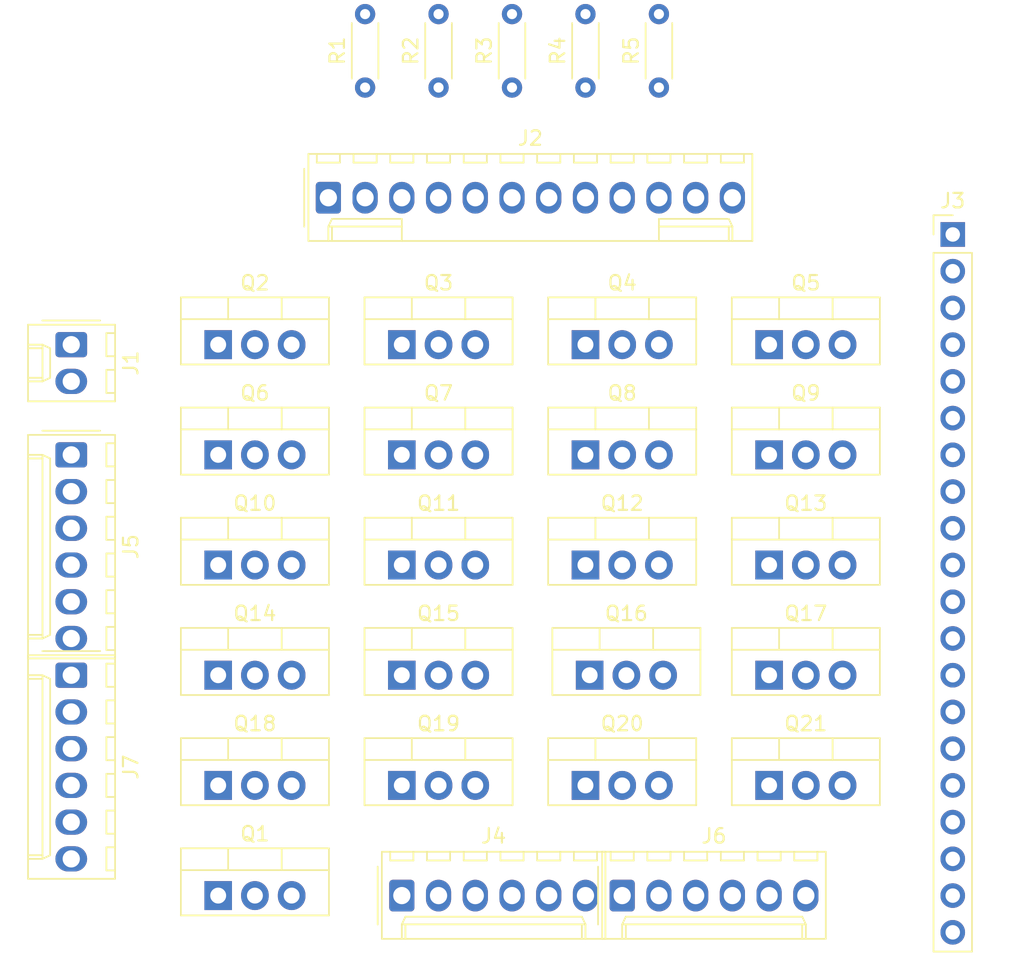
<source format=kicad_pcb>
(kicad_pcb (version 20221018) (generator pcbnew)
  (layers (0 "F.Cu" signal) (31 "B.Cu" signal) (34 "B.Paste" user) (35 "F.Paste" user) (36 "B.SilkS" user "B.Silkscreen") (37 "F.SilkS" user "F.Silkscreen") (38 "B.Mask" user) (39 "F.Mask" user) (44 "Edge.Cuts" user))
  (net 0 "")
  (net 1 "/DIR_1")
  (net 2 "/PUL_1")
  (net 3 "/DIR_2")
  (net 4 "/PUL_2")
  (net 5 "/5V")
  (net 6 "/GND")
  (net 7 "/B1-")
  (net 8 "/B1+")
  (net 9 "/A1-")
  (net 10 "/A1+")
  (net 11 "/B2-")
  (net 12 "/B2+")
  (net 13 "/A2-")
  (net 14 "/A2+")
  (net 15 "/D13")
  (net 16 "/D2")
  (net 17 "/D3")
  (net 18 "/D4")
  (net 19 "/D5")
  (net 20 "/D6")
  (net 21 "Net-(Q1-S)")
  (net 22 "/12V Vcc")
  (net 23 "/M1 A+")
  (net 24 "/M1 A-")
  (net 25 "/M1 B+")
  (net 26 "/M1 B-")
  (net 27 "/M2 A+")
  (net 28 "/M2 A-")
  (net 29 "/M2 B+")
  (net 30 "/M2 B-")
  (net 31 "/M3 A+")
  (net 32 "/M3 A-")
  (net 33 "/M3 B+")
  (net 34 "/M3 B-")
  (net 35 "/M4 A+")
  (net 36 "/M4 A-")
  (net 37 "/M4 B+")
  (net 38 "/M4 B-")
  (net 39 "/M5 A+")
  (net 40 "/M5 A-")
  (net 41 "/M5 B+")
  (net 42 "/M5 B-")
  (net 43 "Net-(D1-A)")
  (net 44 "/D11")
  (net 45 "/D12")
  (footprint "Connector_Molex:Molex_KK-254_AE-6410-06A_1x06_P2.54mm_Vertical" (layer "F.Cu") (at 48.26 101.6 -90)
    (fp_text reference "J5" (at 6.35 -4.12 90) (layer "F.SilkS"))
    (fp_text value "TB6600")
    (pad "1" thru_hole roundrect (at 0 0 270) (size 1.74 2.19) (drill 1.19) (layers "*.Cu" "*.Mask") (roundrect_rratio 0.143678) (net 6 "/GND"))
    (pad "2" thru_hole oval (at 2.54 0 270) (size 1.74 2.19) (drill 1.19) (layers "*.Cu" "*.Mask") (net 5 "/5V"))
    (pad "3" thru_hole oval (at 5.08 0 270) (size 1.74 2.19) (drill 1.19) (layers "*.Cu" "*.Mask") (net 6 "/GND"))
    (pad "4" thru_hole oval (at 7.62 0 270) (size 1.74 2.19) (drill 1.19) (layers "*.Cu" "*.Mask") (net 3 "/DIR_2"))
    (pad "5" thru_hole oval (at 10.16 0 270) (size 1.74 2.19) (drill 1.19) (layers "*.Cu" "*.Mask") (net 6 "/GND"))
    (pad "6" thru_hole oval (at 12.7 0 270) (size 1.74 2.19) (drill 1.19) (layers "*.Cu" "*.Mask") (net 4 "/PUL_2"))
  )
  (footprint "Package_TO_SOT_THT:TO-220-3_Vertical" (layer "F.Cu") (at 96.52 116.84)
    (fp_text reference "Q17" (at 2.54 -4.27) (layer "F.SilkS"))
    (fp_text value "IRFZ44N")
    (pad "1" thru_hole rect (at 0 0) (size 1.905 2) (drill 1.1) (layers "*.Cu" "*.Mask") (net 19 "/D5"))
    (pad "2" thru_hole oval (at 2.54 0) (size 1.905 2) (drill 1.1) (layers "*.Cu" "*.Mask") (net 38 "/M4 B-"))
    (pad "3" thru_hole oval (at 5.08 0) (size 1.905 2) (drill 1.1) (layers "*.Cu" "*.Mask") (net 7 "/B1-"))
  )
  (footprint "Package_TO_SOT_THT:TO-220-3_Vertical" (layer "F.Cu") (at 58.42 93.98)
    (fp_text reference "Q2" (at 2.54 -4.27) (layer "F.SilkS"))
    (fp_text value "IRFZ44N")
    (pad "1" thru_hole rect (at 0 0) (size 1.905 2) (drill 1.1) (layers "*.Cu" "*.Mask") (net 16 "/D2"))
    (pad "2" thru_hole oval (at 2.54 0) (size 1.905 2) (drill 1.1) (layers "*.Cu" "*.Mask") (net 23 "/M1 A+"))
    (pad "3" thru_hole oval (at 5.08 0) (size 1.905 2) (drill 1.1) (layers "*.Cu" "*.Mask") (net 10 "/A1+"))
  )
  (footprint "Package_TO_SOT_THT:TO-220-3_Vertical" (layer "F.Cu") (at 83.82 124.46)
    (fp_text reference "Q20" (at 2.54 -4.27) (layer "F.SilkS"))
    (fp_text value "IRFZ44N")
    (pad "1" thru_hole rect (at 0 0) (size 1.905 2) (drill 1.1) (layers "*.Cu" "*.Mask") (net 20 "/D6"))
    (pad "2" thru_hole oval (at 2.54 0) (size 1.905 2) (drill 1.1) (layers "*.Cu" "*.Mask") (net 41 "/M5 B+"))
    (pad "3" thru_hole oval (at 5.08 0) (size 1.905 2) (drill 1.1) (layers "*.Cu" "*.Mask") (net 12 "/B2+"))
  )
  (footprint "Package_TO_SOT_THT:TO-220-3_Vertical" (layer "F.Cu") (at 83.82 109.22)
    (fp_text reference "Q12" (at 2.54 -4.27) (layer "F.SilkS"))
    (fp_text value "IRFZ44N")
    (pad "1" thru_hole rect (at 0 0) (size 1.905 2) (drill 1.1) (layers "*.Cu" "*.Mask") (net 19 "/D5"))
    (pad "2" thru_hole oval (at 2.54 0) (size 1.905 2) (drill 1.1) (layers "*.Cu" "*.Mask") (net 35 "/M4 A+"))
    (pad "3" thru_hole oval (at 5.08 0) (size 1.905 2) (drill 1.1) (layers "*.Cu" "*.Mask") (net 10 "/A1+"))
  )
  (footprint "Resistor_THT:R_Axial_DIN0204_L3.6mm_D1.6mm_P5.08mm_Horizontal" (layer "F.Cu") (at 68.58 76.2 90)
    (fp_text reference "R1" (at 2.54 -1.92 90) (layer "F.SilkS"))
    (fp_text value "10k")
    (pad "1" thru_hole circle (at 0 0 90) (size 1.4 1.4) (drill 0.7) (layers "*.Cu" "*.Mask") (net 16 "/D2"))
    (pad "2" thru_hole oval (at 5.08 0 90) (size 1.4 1.4) (drill 0.7) (layers "*.Cu" "*.Mask") (net 6 "/GND"))
  )
  (footprint "Resistor_THT:R_Axial_DIN0204_L3.6mm_D1.6mm_P5.08mm_Horizontal" (layer "F.Cu") (at 83.82 76.2 90)
    (fp_text reference "R4" (at 2.54 -1.92 90) (layer "F.SilkS"))
    (fp_text value "10k")
    (pad "1" thru_hole circle (at 0 0 90) (size 1.4 1.4) (drill 0.7) (layers "*.Cu" "*.Mask") (net 19 "/D5"))
    (pad "2" thru_hole oval (at 5.08 0 90) (size 1.4 1.4) (drill 0.7) (layers "*.Cu" "*.Mask") (net 6 "/GND"))
  )
  (footprint "Package_TO_SOT_THT:TO-220-3_Vertical" (layer "F.Cu") (at 96.52 93.98)
    (fp_text reference "Q5" (at 2.54 -4.27) (layer "F.SilkS"))
    (fp_text value "IRFZ44N")
    (pad "1" thru_hole rect (at 0 0) (size 1.905 2) (drill 1.1) (layers "*.Cu" "*.Mask") (net 17 "/D3"))
    (pad "2" thru_hole oval (at 2.54 0) (size 1.905 2) (drill 1.1) (layers "*.Cu" "*.Mask") (net 28 "/M2 A-"))
    (pad "3" thru_hole oval (at 5.08 0) (size 1.905 2) (drill 1.1) (layers "*.Cu" "*.Mask") (net 9 "/A1-"))
  )
  (footprint "Connector_Molex:Molex_KK-254_AE-6410-06A_1x06_P2.54mm_Vertical" (layer "F.Cu") (at 71.12 132.08)
    (fp_text reference "J4" (at 6.35 -4.12) (layer "F.SilkS"))
    (fp_text value "TB6600")
    (pad "1" thru_hole roundrect (at 0 0) (size 1.74 2.19) (drill 1.19) (layers "*.Cu" "*.Mask") (roundrect_rratio 0.143678) (net 6 "/GND"))
    (pad "2" thru_hole oval (at 2.54 0) (size 1.74 2.19) (drill 1.19) (layers "*.Cu" "*.Mask") (net 5 "/5V"))
    (pad "3" thru_hole oval (at 5.08 0) (size 1.74 2.19) (drill 1.19) (layers "*.Cu" "*.Mask") (net 6 "/GND"))
    (pad "4" thru_hole oval (at 7.62 0) (size 1.74 2.19) (drill 1.19) (layers "*.Cu" "*.Mask") (net 1 "/DIR_1"))
    (pad "5" thru_hole oval (at 10.16 0) (size 1.74 2.19) (drill 1.19) (layers "*.Cu" "*.Mask") (net 6 "/GND"))
    (pad "6" thru_hole oval (at 12.7 0) (size 1.74 2.19) (drill 1.19) (layers "*.Cu" "*.Mask") (net 2 "/PUL_1"))
  )
  (footprint "Package_TO_SOT_THT:TO-220-3_Vertical" (layer "F.Cu") (at 58.42 124.46)
    (fp_text reference "Q18" (at 2.54 -4.27) (layer "F.SilkS"))
    (fp_text value "IRFZ44N")
    (pad "1" thru_hole rect (at 0 0) (size 1.905 2) (drill 1.1) (layers "*.Cu" "*.Mask") (net 20 "/D6"))
    (pad "2" thru_hole oval (at 2.54 0) (size 1.905 2) (drill 1.1) (layers "*.Cu" "*.Mask") (net 39 "/M5 A+"))
    (pad "3" thru_hole oval (at 5.08 0) (size 1.905 2) (drill 1.1) (layers "*.Cu" "*.Mask") (net 14 "/A2+"))
  )
  (footprint "Package_TO_SOT_THT:TO-220-3_Vertical" (layer "F.Cu") (at 58.42 132.08)
    (fp_text reference "Q1" (at 2.54 -4.27) (layer "F.SilkS"))
    (fp_text value "IRFZ44N")
    (pad "1" thru_hole rect (at 0 0) (size 1.905 2) (drill 1.1) (layers "*.Cu" "*.Mask") (net 15 "/D13"))
    (pad "2" thru_hole oval (at 2.54 0) (size 1.905 2) (drill 1.1) (layers "*.Cu" "*.Mask") (net 43 "Net-(D1-A)"))
    (pad "3" thru_hole oval (at 5.08 0) (size 1.905 2) (drill 1.1) (layers "*.Cu" "*.Mask") (net 21 "Net-(Q1-S)"))
  )
  (footprint "Connector_Molex:Molex_KK-254_AE-6410-02A_1x02_P2.54mm_Vertical" (layer "F.Cu") (at 48.26 93.98 -90)
    (fp_text reference "J1" (at 1.27 -4.12 90) (layer "F.SilkS"))
    (fp_text value "Power Supply")
    (pad "1" thru_hole roundrect (at 0 0 270) (size 1.74 2.19) (drill 1.19) (layers "*.Cu" "*.Mask") (roundrect_rratio 0.143678) (net 6 "/GND"))
    (pad "2" thru_hole oval (at 2.54 0 270) (size 1.74 2.19) (drill 1.19) (layers "*.Cu" "*.Mask") (net 22 "/12V Vcc"))
  )
  (footprint "Resistor_THT:R_Axial_DIN0204_L3.6mm_D1.6mm_P5.08mm_Horizontal" (layer "F.Cu") (at 88.9 76.2 90)
    (fp_text reference "R5" (at 2.54 -1.92 90) (layer "F.SilkS"))
    (fp_text value "10k")
    (pad "1" thru_hole circle (at 0 0 90) (size 1.4 1.4) (drill 0.7) (layers "*.Cu" "*.Mask") (net 20 "/D6"))
    (pad "2" thru_hole oval (at 5.08 0 90) (size 1.4 1.4) (drill 0.7) (layers "*.Cu" "*.Mask") (net 6 "/GND"))
  )
  (footprint "Package_TO_SOT_THT:TO-220-3_Vertical" (layer "F.Cu") (at 71.12 93.98)
    (fp_text reference "Q3" (at 2.54 -4.27) (layer "F.SilkS"))
    (fp_text value "IRFZ44N")
    (pad "1" thru_hole rect (at 0 0) (size 1.905 2) (drill 1.1) (layers "*.Cu" "*.Mask") (net 16 "/D2"))
    (pad "2" thru_hole oval (at 2.54 0) (size 1.905 2) (drill 1.1) (layers "*.Cu" "*.Mask") (net 24 "/M1 A-"))
    (pad "3" thru_hole oval (at 5.08 0) (size 1.905 2) (drill 1.1) (layers "*.Cu" "*.Mask") (net 9 "/A1-"))
  )
  (footprint "Connector_Molex:Molex_KK-254_AE-6410-06A_1x06_P2.54mm_Vertical" (layer "F.Cu") (at 86.36 132.08)
    (fp_text reference "J6" (at 6.35 -4.12) (layer "F.SilkS"))
    (fp_text value "TB6600")
    (pad "1" thru_hole roundrect (at 0 0) (size 1.74 2.19) (drill 1.19) (layers "*.Cu" "*.Mask") (roundrect_rratio 0.143678) (net 7 "/B1-"))
    (pad "2" thru_hole oval (at 2.54 0) (size 1.74 2.19) (drill 1.19) (layers "*.Cu" "*.Mask") (net 8 "/B1+"))
    (pad "3" thru_hole oval (at 5.08 0) (size 1.74 2.19) (drill 1.19) (layers "*.Cu" "*.Mask") (net 9 "/A1-"))
    (pad "4" thru_hole oval (at 7.62 0) (size 1.74 2.19) (drill 1.19) (layers "*.Cu" "*.Mask") (net 10 "/A1+"))
    (pad "5" thru_hole oval (at 10.16 0) (size 1.74 2.19) (drill 1.19) (layers "*.Cu" "*.Mask") (net 6 "/GND"))
    (pad "6" thru_hole oval (at 12.7 0) (size 1.74 2.19) (drill 1.19) (layers "*.Cu" "*.Mask") (net 22 "/12V Vcc"))
  )
  (footprint "Package_TO_SOT_THT:TO-220-3_Vertical" (layer "F.Cu") (at 71.12 124.46)
    (fp_text reference "Q19" (at 2.54 -4.27) (layer "F.SilkS"))
    (fp_text value "IRFZ44N")
    (pad "1" thru_hole rect (at 0 0) (size 1.905 2) (drill 1.1) (layers "*.Cu" "*.Mask") (net 20 "/D6"))
    (pad "2" thru_hole oval (at 2.54 0) (size 1.905 2) (drill 1.1) (layers "*.Cu" "*.Mask") (net 40 "/M5 A-"))
    (pad "3" thru_hole oval (at 5.08 0) (size 1.905 2) (drill 1.1) (layers "*.Cu" "*.Mask") (net 13 "/A2-"))
  )
  (footprint "Package_TO_SOT_THT:TO-220-3_Vertical" (layer "F.Cu") (at 71.12 109.22)
    (fp_text reference "Q11" (at 2.54 -4.27) (layer "F.SilkS"))
    (fp_text value "IRFZ44N")
    (pad "1" thru_hole rect (at 0 0) (size 1.905 2) (drill 1.1) (layers "*.Cu" "*.Mask") (net 18 "/D4"))
    (pad "2" thru_hole oval (at 2.54 0) (size 1.905 2) (drill 1.1) (layers "*.Cu" "*.Mask") (net 32 "/M3 A-"))
    (pad "3" thru_hole oval (at 5.08 0) (size 1.905 2) (drill 1.1) (layers "*.Cu" "*.Mask") (net 13 "/A2-"))
  )
  (footprint "Connector_Molex:Molex_KK-254_AE-6410-12A_1x12_P2.54mm_Vertical" (layer "F.Cu") (at 66.04 83.82)
    (fp_text reference "J2" (at 13.97 -4.12) (layer "F.SilkS"))
    (fp_text value "Arduino_UNO_R3")
    (pad "1" thru_hole roundrect (at 0 0) (size 1.74 2.19) (drill 1.19) (layers "*.Cu" "*.Mask") (roundrect_rratio 0.143678) (net 16 "/D2"))
    (pad "2" thru_hole oval (at 2.54 0) (size 1.74 2.19) (drill 1.19) (layers "*.Cu" "*.Mask") (net 17 "/D3"))
    (pad "3" thru_hole oval (at 5.08 0) (size 1.74 2.19) (drill 1.19) (layers "*.Cu" "*.Mask") (net 18 "/D4"))
    (pad "4" thru_hole oval (at 7.62 0) (size 1.74 2.19) (drill 1.19) (layers "*.Cu" "*.Mask") (net 19 "/D5"))
    (pad "5" thru_hole oval (at 10.16 0) (size 1.74 2.19) (drill 1.19) (layers "*.Cu" "*.Mask") (net 20 "/D6"))
    (pad "6" thru_hole oval (at 12.7 0) (size 1.74 2.19) (drill 1.19) (layers "*.Cu" "*.Mask") (net 1 "/DIR_1"))
    (pad "7" thru_hole oval (at 15.24 0) (size 1.74 2.19) (drill 1.19) (layers "*.Cu" "*.Mask") (net 2 "/PUL_1"))
    (pad "8" thru_hole oval (at 17.78 0) (size 1.74 2.19) (drill 1.19) (layers "*.Cu" "*.Mask") (net 3 "/DIR_2"))
    (pad "9" thru_hole oval (at 20.32 0) (size 1.74 2.19) (drill 1.19) (layers "*.Cu" "*.Mask") (net 4 "/PUL_2"))
    (pad "10" thru_hole oval (at 22.86 0) (size 1.74 2.19) (drill 1.19) (layers "*.Cu" "*.Mask") (net 44 "/D11"))
    (pad "11" thru_hole oval (at 25.4 0) (size 1.74 2.19) (drill 1.19) (layers "*.Cu" "*.Mask") (net 45 "/D12"))
    (pad "12" thru_hole oval (at 27.94 0) (size 1.74 2.19) (drill 1.19) (layers "*.Cu" "*.Mask") (net 15 "/D13"))
  )
  (footprint "Package_TO_SOT_THT:TO-220-3_Vertical" (layer "F.Cu") (at 84.11 116.84)
    (fp_text reference "Q16" (at 2.54 -4.27) (layer "F.SilkS"))
    (fp_text value "IRFZ44N")
    (pad "1" thru_hole rect (at 0 0) (size 1.905 2) (drill 1.1) (layers "*.Cu" "*.Mask") (net 19 "/D5"))
    (pad "2" thru_hole oval (at 2.54 0) (size 1.905 2) (drill 1.1) (layers "*.Cu" "*.Mask") (net 37 "/M4 B+"))
    (pad "3" thru_hole oval (at 5.08 0) (size 1.905 2) (drill 1.1) (layers "*.Cu" "*.Mask") (net 8 "/B1+"))
  )
  (footprint "Package_TO_SOT_THT:TO-220-3_Vertical" (layer "F.Cu") (at 96.52 109.22)
    (fp_text reference "Q13" (at 2.54 -4.27) (layer "F.SilkS"))
    (fp_text value "IRFZ44N")
    (pad "1" thru_hole rect (at 0 0) (size 1.905 2) (drill 1.1) (layers "*.Cu" "*.Mask") (net 19 "/D5"))
    (pad "2" thru_hole oval (at 2.54 0) (size 1.905 2) (drill 1.1) (layers "*.Cu" "*.Mask") (net 36 "/M4 A-"))
    (pad "3" thru_hole oval (at 5.08 0) (size 1.905 2) (drill 1.1) (layers "*.Cu" "*.Mask") (net 9 "/A1-"))
  )
  (footprint "Package_TO_SOT_THT:TO-220-3_Vertical" (layer "F.Cu") (at 58.42 101.6)
    (fp_text reference "Q6" (at 2.54 -4.27) (layer "F.SilkS"))
    (fp_text value "IRFZ44N")
    (pad "1" thru_hole rect (at 0 0) (size 1.905 2) (drill 1.1) (layers "*.Cu" "*.Mask") (net 16 "/D2"))
    (pad "2" thru_hole oval (at 2.54 0) (size 1.905 2) (drill 1.1) (layers "*.Cu" "*.Mask") (net 25 "/M1 B+"))
    (pad "3" thru_hole oval (at 5.08 0) (size 1.905 2) (drill 1.1) (layers "*.Cu" "*.Mask") (net 8 "/B1+"))
  )
  (footprint "Package_TO_SOT_THT:TO-220-3_Vertical" (layer "F.Cu") (at 96.52 101.6)
    (fp_text reference "Q9" (at 2.54 -4.27) (layer "F.SilkS"))
    (fp_text value "IRFZ44N")
    (pad "1" thru_hole rect (at 0 0) (size 1.905 2) (drill 1.1) (layers "*.Cu" "*.Mask") (net 17 "/D3"))
    (pad "2" thru_hole oval (at 2.54 0) (size 1.905 2) (drill 1.1) (layers "*.Cu" "*.Mask") (net 30 "/M2 B-"))
    (pad "3" thru_hole oval (at 5.08 0) (size 1.905 2) (drill 1.1) (layers "*.Cu" "*.Mask") (net 7 "/B1-"))
  )
  (footprint "Package_TO_SOT_THT:TO-220-3_Vertical" (layer "F.Cu") (at 83.82 93.98)
    (fp_text reference "Q4" (at 2.54 -4.27) (layer "F.SilkS"))
    (fp_text value "IRFZ44N")
    (pad "1" thru_hole rect (at 0 0) (size 1.905 2) (drill 1.1) (layers "*.Cu" "*.Mask") (net 17 "/D3"))
    (pad "2" thru_hole oval (at 2.54 0) (size 1.905 2) (drill 1.1) (layers "*.Cu" "*.Mask") (net 27 "/M2 A+"))
    (pad "3" thru_hole oval (at 5.08 0) (size 1.905 2) (drill 1.1) (layers "*.Cu" "*.Mask") (net 10 "/A1+"))
  )
  (footprint "Resistor_THT:R_Axial_DIN0204_L3.6mm_D1.6mm_P5.08mm_Horizontal" (layer "F.Cu") (at 73.66 76.2 90)
    (fp_text reference "R2" (at 2.54 -1.92 90) (layer "F.SilkS"))
    (fp_text value "10k")
    (pad "1" thru_hole circle (at 0 0 90) (size 1.4 1.4) (drill 0.7) (layers "*.Cu" "*.Mask") (net 17 "/D3"))
    (pad "2" thru_hole oval (at 5.08 0 90) (size 1.4 1.4) (drill 0.7) (layers "*.Cu" "*.Mask") (net 6 "/GND"))
  )
  (footprint "Resistor_THT:R_Axial_DIN0204_L3.6mm_D1.6mm_P5.08mm_Horizontal" (layer "F.Cu") (at 78.74 76.2 90)
    (fp_text reference "R3" (at 2.54 -1.92 90) (layer "F.SilkS"))
    (fp_text value "10k")
    (pad "1" thru_hole circle (at 0 0 90) (size 1.4 1.4) (drill 0.7) (layers "*.Cu" "*.Mask") (net 18 "/D4"))
    (pad "2" thru_hole oval (at 5.08 0 90) (size 1.4 1.4) (drill 0.7) (layers "*.Cu" "*.Mask") (net 6 "/GND"))
  )
  (footprint "Package_TO_SOT_THT:TO-220-3_Vertical" (layer "F.Cu") (at 83.82 101.6)
    (fp_text reference "Q8" (at 2.54 -4.27) (layer "F.SilkS"))
    (fp_text value "IRFZ44N")
    (pad "1" thru_hole rect (at 0 0) (size 1.905 2) (drill 1.1) (layers "*.Cu" "*.Mask") (net 17 "/D3"))
    (pad "2" thru_hole oval (at 2.54 0) (size 1.905 2) (drill 1.1) (layers "*.Cu" "*.Mask") (net 29 "/M2 B+"))
    (pad "3" thru_hole oval (at 5.08 0) (size 1.905 2) (drill 1.1) (layers "*.Cu" "*.Mask") (net 8 "/B1+"))
  )
  (footprint "Connector_Molex:Molex_KK-254_AE-6410-06A_1x06_P2.54mm_Vertical" (layer "F.Cu") (at 48.26 116.84 -90)
    (fp_text reference "J7" (at 6.35 -4.12 90) (layer "F.SilkS"))
    (fp_text value "TB6600")
    (pad "1" thru_hole roundrect (at 0 0 270) (size 1.74 2.19) (drill 1.19) (layers "*.Cu" "*.Mask") (roundrect_rratio 0.143678) (net 11 "/B2-"))
    (pad "2" thru_hole oval (at 2.54 0 270) (size 1.74 2.19) (drill 1.19) (layers "*.Cu" "*.Mask") (net 12 "/B2+"))
    (pad "3" thru_hole oval (at 5.08 0 270) (size 1.74 2.19) (drill 1.19) (layers "*.Cu" "*.Mask") (net 13 "/A2-"))
    (pad "4" thru_hole oval (at 7.62 0 270) (size 1.74 2.19) (drill 1.19) (layers "*.Cu" "*.Mask") (net 14 "/A2+"))
    (pad "5" thru_hole oval (at 10.16 0 270) (size 1.74 2.19) (drill 1.19) (layers "*.Cu" "*.Mask") (net 6 "/GND"))
    (pad "6" thru_hole oval (at 12.7 0 270) (size 1.74 2.19) (drill 1.19) (layers "*.Cu" "*.Mask") (net 22 "/12V Vcc"))
  )
  (footprint "Package_TO_SOT_THT:TO-220-3_Vertical" (layer "F.Cu") (at 71.12 101.6)
    (fp_text reference "Q7" (at 2.54 -4.27) (layer "F.SilkS"))
    (fp_text value "IRFZ44N")
    (pad "1" thru_hole rect (at 0 0) (size 1.905 2) (drill 1.1) (layers "*.Cu" "*.Mask") (net 16 "/D2"))
    (pad "2" thru_hole oval (at 2.54 0) (size 1.905 2) (drill 1.1) (layers "*.Cu" "*.Mask") (net 26 "/M1 B-"))
    (pad "3" thru_hole oval (at 5.08 0) (size 1.905 2) (drill 1.1) (layers "*.Cu" "*.Mask") (net 7 "/B1-"))
  )
  (footprint "Connector_PinHeader_2.54mm:PinHeader_1x20_P2.54mm_Vertical" (layer "F.Cu") (at 109.22 86.36)
    (fp_text reference "J3" (at 0 -2.33) (layer "F.SilkS"))
    (fp_text value "Stepper_Pins")
    (pad "1" thru_hole rect (at 0 0) (size 1.7 1.7) (drill 1) (layers "*.Cu" "*.Mask") (net 23 "/M1 A+"))
    (pad "2" thru_hole oval (at 0 2.54) (size 1.7 1.7) (drill 1) (layers "*.Cu" "*.Mask") (net 24 "/M1 A-"))
    (pad "3" thru_hole oval (at 0 5.08) (size 1.7 1.7) (drill 1) (layers "*.Cu" "*.Mask") (net 25 "/M1 B+"))
    (pad "4" thru_hole oval (at 0 7.62) (size 1.7 1.7) (drill 1) (layers "*.Cu" "*.Mask") (net 26 "/M1 B-"))
    (pad "5" thru_hole oval (at 0 10.16) (size 1.7 1.7) (drill 1) (layers "*.Cu" "*.Mask") (net 27 "/M2 A+"))
    (pad "6" thru_hole oval (at 0 12.7) (size 1.7 1.7) (drill 1) (layers "*.Cu" "*.Mask") (net 28 "/M2 A-"))
    (pad "7" thru_hole oval (at 0 15.24) (size 1.7 1.7) (drill 1) (layers "*.Cu" "*.Mask") (net 29 "/M2 B+"))
    (pad "8" thru_hole oval (at 0 17.78) (size 1.7 1.7) (drill 1) (layers "*.Cu" "*.Mask") (net 30 "/M2 B-"))
    (pad "9" thru_hole oval (at 0 20.32) (size 1.7 1.7) (drill 1) (layers "*.Cu" "*.Mask") (net 31 "/M3 A+"))
    (pad "10" thru_hole oval (at 0 22.86) (size 1.7 1.7) (drill 1) (layers "*.Cu" "*.Mask") (net 32 "/M3 A-"))
    (pad "11" thru_hole oval (at 0 25.4) (size 1.7 1.7) (drill 1) (layers "*.Cu" "*.Mask") (net 33 "/M3 B+"))
    (pad "12" thru_hole oval (at 0 27.94) (size 1.7 1.7) (drill 1) (layers "*.Cu" "*.Mask") (net 34 "/M3 B-"))
    (pad "13" thru_hole oval (at 0 30.48) (size 1.7 1.7) (drill 1) (layers "*.Cu" "*.Mask") (net 35 "/M4 A+"))
    (pad "14" thru_hole oval (at 0 33.02) (size 1.7 1.7) (drill 1) (layers "*.Cu" "*.Mask") (net 36 "/M4 A-"))
    (pad "15" thru_hole oval (at 0 35.56) (size 1.7 1.7) (drill 1) (layers "*.Cu" "*.Mask") (net 37 "/M4 B+"))
    (pad "16" thru_hole oval (at 0 38.1) (size 1.7 1.7) (drill 1) (layers "*.Cu" "*.Mask") (net 38 "/M4 B-"))
    (pad "17" thru_hole oval (at 0 40.64) (size 1.7 1.7) (drill 1) (layers "*.Cu" "*.Mask") (net 39 "/M5 A+"))
    (pad "18" thru_hole oval (at 0 43.18) (size 1.7 1.7) (drill 1) (layers "*.Cu" "*.Mask") (net 40 "/M5 A-"))
    (pad "19" thru_hole oval (at 0 45.72) (size 1.7 1.7) (drill 1) (layers "*.Cu" "*.Mask") (net 41 "/M5 B+"))
    (pad "20" thru_hole oval (at 0 48.26) (size 1.7 1.7) (drill 1) (layers "*.Cu" "*.Mask") (net 42 "/M5 B-"))
  )
  (footprint "Package_TO_SOT_THT:TO-220-3_Vertical" (layer "F.Cu") (at 96.52 124.46)
    (fp_text reference "Q21" (at 2.54 -4.27) (layer "F.SilkS"))
    (fp_text value "IRFZ44N")
    (pad "1" thru_hole rect (at 0 0) (size 1.905 2) (drill 1.1) (layers "*.Cu" "*.Mask") (net 20 "/D6"))
    (pad "2" thru_hole oval (at 2.54 0) (size 1.905 2) (drill 1.1) (layers "*.Cu" "*.Mask") (net 42 "/M5 B-"))
    (pad "3" thru_hole oval (at 5.08 0) (size 1.905 2) (drill 1.1) (layers "*.Cu" "*.Mask") (net 11 "/B2-"))
  )
  (footprint "Package_TO_SOT_THT:TO-220-3_Vertical" (layer "F.Cu") (at 58.42 109.22)
    (fp_text reference "Q10" (at 2.54 -4.27) (layer "F.SilkS"))
    (fp_text value "IRFZ44N")
    (pad "1" thru_hole rect (at 0 0) (size 1.905 2) (drill 1.1) (layers "*.Cu" "*.Mask") (net 18 "/D4"))
    (pad "2" thru_hole oval (at 2.54 0) (size 1.905 2) (drill 1.1) (layers "*.Cu" "*.Mask") (net 31 "/M3 A+"))
    (pad "3" thru_hole oval (at 5.08 0) (size 1.905 2) (drill 1.1) (layers "*.Cu" "*.Mask") (net 14 "/A2+"))
  )
  (footprint "Package_TO_SOT_THT:TO-220-3_Vertical" (layer "F.Cu") (at 58.42 116.84)
    (fp_text reference "Q14" (at 2.54 -4.27) (layer "F.SilkS"))
    (fp_text value "IRFZ44N")
    (pad "1" thru_hole rect (at 0 0) (size 1.905 2) (drill 1.1) (layers "*.Cu" "*.Mask") (net 18 "/D4"))
    (pad "2" thru_hole oval (at 2.54 0) (size 1.905 2) (drill 1.1) (layers "*.Cu" "*.Mask") (net 33 "/M3 B+"))
    (pad "3" thru_hole oval (at 5.08 0) (size 1.905 2) (drill 1.1) (layers "*.Cu" "*.Mask") (net 12 "/B2+"))
  )
  (footprint "Package_TO_SOT_THT:TO-220-3_Vertical" (layer "F.Cu") (at 71.12 116.84)
    (fp_text reference "Q15" (at 2.54 -4.27) (layer "F.SilkS"))
    (fp_text value "IRFZ44N")
    (pad "1" thru_hole rect (at 0 0) (size 1.905 2) (drill 1.1) (layers "*.Cu" "*.Mask") (net 18 "/D4"))
    (pad "2" thru_hole oval (at 2.54 0) (size 1.905 2) (drill 1.1) (layers "*.Cu" "*.Mask") (net 34 "/M3 B-"))
    (pad "3" thru_hole oval (at 5.08 0) (size 1.905 2) (drill 1.1) (layers "*.Cu" "*.Mask") (net 11 "/B2-"))
  )
)
</source>
